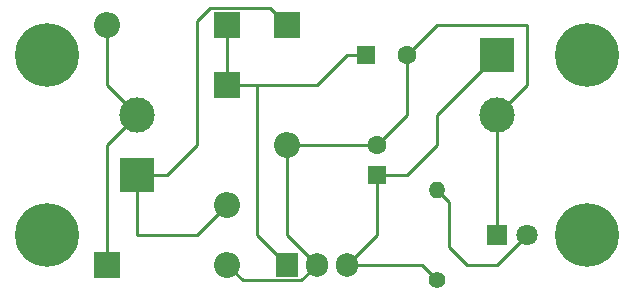
<source format=gbr>
%TF.GenerationSoftware,KiCad,Pcbnew,7.0.7*%
%TF.CreationDate,2024-08-27T12:46:14+05:30*%
%TF.ProjectId,Power supply module,506f7765-7220-4737-9570-706c79206d6f,rev?*%
%TF.SameCoordinates,Original*%
%TF.FileFunction,Copper,L1,Top*%
%TF.FilePolarity,Positive*%
%FSLAX46Y46*%
G04 Gerber Fmt 4.6, Leading zero omitted, Abs format (unit mm)*
G04 Created by KiCad (PCBNEW 7.0.7) date 2024-08-27 12:46:14*
%MOMM*%
%LPD*%
G01*
G04 APERTURE LIST*
%TA.AperFunction,ConnectorPad*%
%ADD10C,5.400000*%
%TD*%
%TA.AperFunction,ComponentPad*%
%ADD11C,3.100000*%
%TD*%
%TA.AperFunction,ComponentPad*%
%ADD12R,1.905000X2.000000*%
%TD*%
%TA.AperFunction,ComponentPad*%
%ADD13O,1.905000X2.000000*%
%TD*%
%TA.AperFunction,ComponentPad*%
%ADD14O,1.400000X1.400000*%
%TD*%
%TA.AperFunction,ComponentPad*%
%ADD15C,1.400000*%
%TD*%
%TA.AperFunction,ComponentPad*%
%ADD16R,3.000000X3.000000*%
%TD*%
%TA.AperFunction,ComponentPad*%
%ADD17C,3.000000*%
%TD*%
%TA.AperFunction,ComponentPad*%
%ADD18R,1.800000X1.800000*%
%TD*%
%TA.AperFunction,ComponentPad*%
%ADD19C,1.800000*%
%TD*%
%TA.AperFunction,ComponentPad*%
%ADD20R,2.200000X2.200000*%
%TD*%
%TA.AperFunction,ComponentPad*%
%ADD21O,2.200000X2.200000*%
%TD*%
%TA.AperFunction,ComponentPad*%
%ADD22R,1.600000X1.600000*%
%TD*%
%TA.AperFunction,ComponentPad*%
%ADD23C,1.600000*%
%TD*%
%TA.AperFunction,Conductor*%
%ADD24C,0.250000*%
%TD*%
G04 APERTURE END LIST*
D10*
%TO.P,H4,1*%
%TO.N,N/C*%
X111760000Y-83820000D03*
D11*
X111760000Y-83820000D03*
%TD*%
D10*
%TO.P,H3,1*%
%TO.N,N/C*%
X111760000Y-99060000D03*
D11*
X111760000Y-99060000D03*
%TD*%
%TO.P,H2,1*%
%TO.N,N/C*%
X157480000Y-83820000D03*
D10*
X157480000Y-83820000D03*
%TD*%
D11*
%TO.P,H1,1*%
%TO.N,N/C*%
X157480000Y-99060000D03*
D10*
X157480000Y-99060000D03*
%TD*%
D12*
%TO.P,U1,1,VI*%
%TO.N,Net-(D3-K)*%
X132080000Y-101600000D03*
D13*
%TO.P,U1,2,GND*%
%TO.N,Net-(D1-A)*%
X134620000Y-101600000D03*
%TO.P,U1,3,VO*%
%TO.N,Net-(J2-Pin_1)*%
X137160000Y-101600000D03*
%TD*%
D14*
%TO.P,R1,2*%
%TO.N,Net-(D5-A)*%
X144780000Y-95250000D03*
D15*
%TO.P,R1,1*%
%TO.N,Net-(J2-Pin_1)*%
X144780000Y-102870000D03*
%TD*%
D16*
%TO.P,J2,1,Pin_1*%
%TO.N,Net-(J2-Pin_1)*%
X149860000Y-83820000D03*
D17*
%TO.P,J2,2,Pin_2*%
%TO.N,Net-(D1-A)*%
X149860000Y-88900000D03*
%TD*%
D16*
%TO.P,J1,1,Pin_1*%
%TO.N,Net-(D2-K)*%
X119380000Y-93980000D03*
D17*
%TO.P,J1,2,Pin_2*%
%TO.N,Net-(D1-K)*%
X119380000Y-88900000D03*
%TD*%
D18*
%TO.P,D5,1,K*%
%TO.N,Net-(D1-A)*%
X149860000Y-99060000D03*
D19*
%TO.P,D5,2,A*%
%TO.N,Net-(D5-A)*%
X152400000Y-99060000D03*
%TD*%
D20*
%TO.P,D4,1,K*%
%TO.N,Net-(D3-K)*%
X127000000Y-86360000D03*
D21*
%TO.P,D4,2,A*%
%TO.N,Net-(D2-K)*%
X127000000Y-96520000D03*
%TD*%
D20*
%TO.P,D3,1,K*%
%TO.N,Net-(D3-K)*%
X127000000Y-81280000D03*
D21*
%TO.P,D3,2,A*%
%TO.N,Net-(D1-K)*%
X116840000Y-81280000D03*
%TD*%
D20*
%TO.P,D2,1,K*%
%TO.N,Net-(D2-K)*%
X132080000Y-81280000D03*
D21*
%TO.P,D2,2,A*%
%TO.N,Net-(D1-A)*%
X132080000Y-91440000D03*
%TD*%
D20*
%TO.P,D1,1,K*%
%TO.N,Net-(D1-K)*%
X116840000Y-101600000D03*
D21*
%TO.P,D1,2,A*%
%TO.N,Net-(D1-A)*%
X127000000Y-101600000D03*
%TD*%
D22*
%TO.P,C2,1*%
%TO.N,Net-(J2-Pin_1)*%
X139700000Y-93980000D03*
D23*
%TO.P,C2,2*%
%TO.N,Net-(D1-A)*%
X139700000Y-91480000D03*
%TD*%
%TO.P,C1,2*%
%TO.N,Net-(D1-A)*%
X142240000Y-83820000D03*
D22*
%TO.P,C1,1*%
%TO.N,Net-(D3-K)*%
X138740000Y-83820000D03*
%TD*%
D24*
%TO.N,Net-(D1-A)*%
X133295000Y-102925000D02*
X134620000Y-101600000D01*
X127000000Y-101600000D02*
X128325000Y-102925000D01*
X128325000Y-102925000D02*
X133295000Y-102925000D01*
%TO.N,Net-(D2-K)*%
X125575000Y-79855000D02*
X124460000Y-80970000D01*
X130655000Y-79855000D02*
X125575000Y-79855000D01*
X132080000Y-81280000D02*
X130655000Y-79855000D01*
X124460000Y-81280000D02*
X124460000Y-91440000D01*
X124460000Y-80970000D02*
X124460000Y-81280000D01*
%TO.N,Net-(D1-A)*%
X152400000Y-81280000D02*
X144780000Y-81280000D01*
X152400000Y-86360000D02*
X152400000Y-81280000D01*
X149860000Y-88900000D02*
X152400000Y-86360000D01*
X144780000Y-81280000D02*
X142240000Y-83820000D01*
%TO.N,Net-(D3-K)*%
X129540000Y-99060000D02*
X129540000Y-86360000D01*
X129540000Y-86360000D02*
X134620000Y-86360000D01*
X132080000Y-101600000D02*
X129540000Y-99060000D01*
X127000000Y-86360000D02*
X129540000Y-86360000D01*
%TO.N,Net-(D1-A)*%
X132080000Y-99060000D02*
X134620000Y-101600000D01*
X132080000Y-91440000D02*
X132080000Y-99060000D01*
%TO.N,Net-(J2-Pin_1)*%
X137160000Y-101600000D02*
X143510000Y-101600000D01*
X143510000Y-101600000D02*
X144780000Y-102870000D01*
X139700000Y-99060000D02*
X137160000Y-101600000D01*
X139700000Y-93980000D02*
X139700000Y-99060000D01*
%TO.N,Net-(D5-A)*%
X149860000Y-101600000D02*
X152400000Y-99060000D01*
X147320000Y-101600000D02*
X149860000Y-101600000D01*
X145805000Y-100085000D02*
X147320000Y-101600000D01*
X145805000Y-96275000D02*
X145805000Y-100085000D01*
X144780000Y-95250000D02*
X145805000Y-96275000D01*
%TO.N,Net-(D1-A)*%
X149860000Y-99060000D02*
X149860000Y-88900000D01*
%TO.N,Net-(J2-Pin_1)*%
X142240000Y-93980000D02*
X139700000Y-93980000D01*
X144780000Y-91440000D02*
X142240000Y-93980000D01*
X144780000Y-88900000D02*
X144780000Y-91440000D01*
X149860000Y-83820000D02*
X144780000Y-88900000D01*
%TO.N,Net-(D1-A)*%
X142240000Y-88940000D02*
X139700000Y-91480000D01*
X142240000Y-83820000D02*
X142240000Y-88940000D01*
X139660000Y-91440000D02*
X139700000Y-91480000D01*
X132080000Y-91440000D02*
X139660000Y-91440000D01*
%TO.N,Net-(D3-K)*%
X137160000Y-83820000D02*
X138740000Y-83820000D01*
X134620000Y-86360000D02*
X137160000Y-83820000D01*
%TO.N,Net-(D2-K)*%
X121920000Y-93980000D02*
X119380000Y-93980000D01*
X124460000Y-91440000D02*
X121920000Y-93980000D01*
%TO.N,Net-(D3-K)*%
X127000000Y-81280000D02*
X127000000Y-86360000D01*
%TO.N,Net-(D2-K)*%
X119380000Y-99060000D02*
X124460000Y-99060000D01*
X124460000Y-99060000D02*
X127000000Y-96520000D01*
X119380000Y-93980000D02*
X119380000Y-99060000D01*
%TO.N,Net-(D1-K)*%
X116840000Y-91440000D02*
X116840000Y-101600000D01*
X119380000Y-88900000D02*
X116840000Y-91440000D01*
X116840000Y-86360000D02*
X119380000Y-88900000D01*
X116840000Y-81280000D02*
X116840000Y-86360000D01*
%TD*%
M02*

</source>
